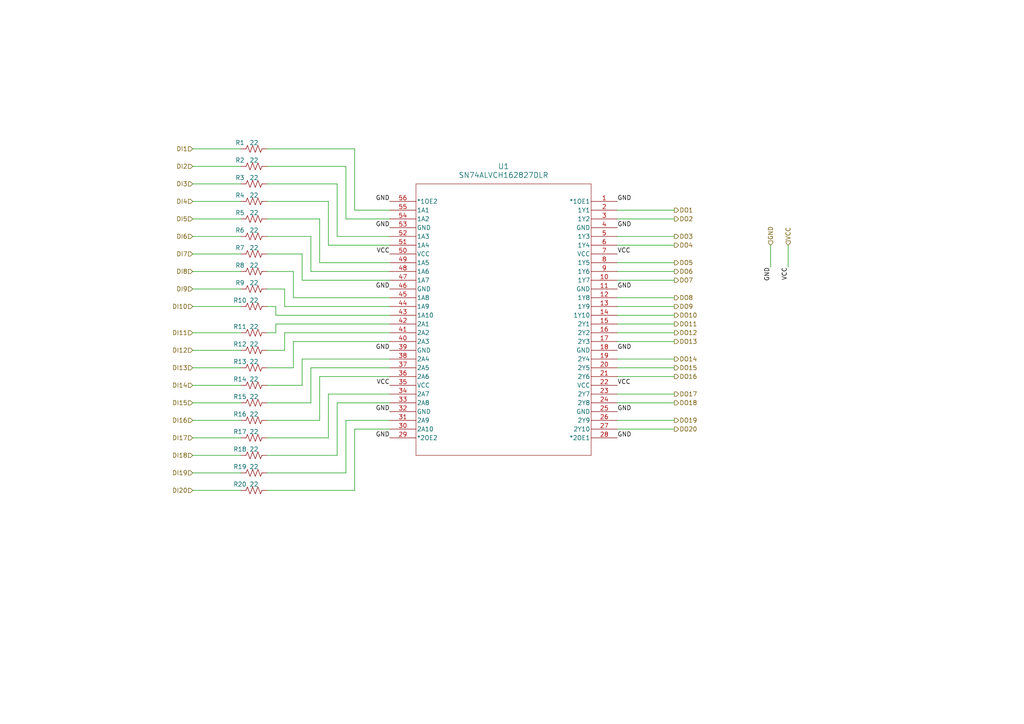
<source format=kicad_sch>
(kicad_sch (version 20231120) (generator "eeschema") (generator_version "8.0")
  (paper "A4")
  (lib_symbols
    (symbol "74ALVCH:SN74ALVCH162827DLR" (pin_names (offset 0.254))
      (property "Reference" "U" (at 33.02 10.16 0))
      (property "Value" "SN74ALVCH162827DLR" (at 33.02 7.62 0))
      (symbol "SN74ALVCH162827DLR_0_1"
        (polyline (pts (xy 7.62 -73.66) (xy 58.42 -73.66)) (stroke (width 0.127)))
        (polyline (pts (xy 7.62 5.08) (xy 7.62 -73.66)) (stroke (width 0.127)))
        (polyline (pts (xy 58.42 -73.66) (xy 58.42 5.08)) (stroke (width 0.127)))
        (polyline (pts (xy 58.42 5.08) (xy 7.62 5.08)) (stroke (width 0.127)))
        (pin input line (at 0 0 0) (length 7.62) (name "*1OE1") (number "1"))
        (pin output line (at 0 -22.86 0) (length 7.62) (name "1Y7") (number "10"))
        (pin power_in line (at 0 -25.4 0) (length 7.62) (name "GND") (number "11"))
        (pin output line (at 0 -27.94 0) (length 7.62) (name "1Y8") (number "12"))
        (pin output line (at 0 -30.48 0) (length 7.62) (name "1Y9") (number "13"))
        (pin output line (at 0 -33.02 0) (length 7.62) (name "1Y10") (number "14"))
        (pin output line (at 0 -35.56 0) (length 7.62) (name "2Y1") (number "15"))
        (pin output line (at 0 -38.1 0) (length 7.62) (name "2Y2") (number "16"))
        (pin output line (at 0 -40.64 0) (length 7.62) (name "2Y3") (number "17"))
        (pin power_in line (at 0 -43.18 0) (length 7.62) (name "GND") (number "18"))
        (pin output line (at 0 -45.72 0) (length 7.62) (name "2Y4") (number "19"))
        (pin output line (at 0 -2.54 0) (length 7.62) (name "1Y1") (number "2"))
        (pin output line (at 0 -48.26 0) (length 7.62) (name "2Y5") (number "20"))
        (pin output line (at 0 -50.8 0) (length 7.62) (name "2Y6") (number "21"))
        (pin power_in line (at 0 -53.34 0) (length 7.62) (name "VCC") (number "22"))
        (pin output line (at 0 -55.88 0) (length 7.62) (name "2Y7") (number "23"))
        (pin output line (at 0 -58.42 0) (length 7.62) (name "2Y8") (number "24"))
        (pin power_in line (at 0 -60.96 0) (length 7.62) (name "GND") (number "25"))
        (pin output line (at 0 -63.5 0) (length 7.62) (name "2Y9") (number "26"))
        (pin output line (at 0 -66.04 0) (length 7.62) (name "2Y10") (number "27"))
        (pin input line (at 0 -68.58 0) (length 7.62) (name "*2OE1") (number "28"))
        (pin input line (at 66.04 -68.58 180) (length 7.62) (name "*2OE2") (number "29"))
        (pin output line (at 0 -5.08 0) (length 7.62) (name "1Y2") (number "3"))
        (pin input line (at 66.04 -66.04 180) (length 7.62) (name "2A10") (number "30"))
        (pin input line (at 66.04 -63.5 180) (length 7.62) (name "2A9") (number "31"))
        (pin power_in line (at 66.04 -60.96 180) (length 7.62) (name "GND") (number "32"))
        (pin input line (at 66.04 -58.42 180) (length 7.62) (name "2A8") (number "33"))
        (pin input line (at 66.04 -55.88 180) (length 7.62) (name "2A7") (number "34"))
        (pin power_in line (at 66.04 -53.34 180) (length 7.62) (name "VCC") (number "35"))
        (pin input line (at 66.04 -50.8 180) (length 7.62) (name "2A6") (number "36"))
        (pin input line (at 66.04 -48.26 180) (length 7.62) (name "2A5") (number "37"))
        (pin input line (at 66.04 -45.72 180) (length 7.62) (name "2A4") (number "38"))
        (pin power_in line (at 66.04 -43.18 180) (length 7.62) (name "GND") (number "39"))
        (pin power_in line (at 0 -7.62 0) (length 7.62) (name "GND") (number "4"))
        (pin input line (at 66.04 -40.64 180) (length 7.62) (name "2A3") (number "40"))
        (pin input line (at 66.04 -38.1 180) (length 7.62) (name "2A2") (number "41"))
        (pin input line (at 66.04 -35.56 180) (length 7.62) (name "2A1") (number "42"))
        (pin input line (at 66.04 -33.02 180) (length 7.62) (name "1A10") (number "43"))
        (pin input line (at 66.04 -30.48 180) (length 7.62) (name "1A9") (number "44"))
        (pin input line (at 66.04 -27.94 180) (length 7.62) (name "1A8") (number "45"))
        (pin power_in line (at 66.04 -25.4 180) (length 7.62) (name "GND") (number "46"))
        (pin input line (at 66.04 -22.86 180) (length 7.62) (name "1A7") (number "47"))
        (pin input line (at 66.04 -20.32 180) (length 7.62) (name "1A6") (number "48"))
        (pin input line (at 66.04 -17.78 180) (length 7.62) (name "1A5") (number "49"))
        (pin output line (at 0 -10.16 0) (length 7.62) (name "1Y3") (number "5"))
        (pin power_in line (at 66.04 -15.24 180) (length 7.62) (name "VCC") (number "50"))
        (pin input line (at 66.04 -12.7 180) (length 7.62) (name "1A4") (number "51"))
        (pin input line (at 66.04 -10.16 180) (length 7.62) (name "1A3") (number "52"))
        (pin power_in line (at 66.04 -7.62 180) (length 7.62) (name "GND") (number "53"))
        (pin input line (at 66.04 -5.08 180) (length 7.62) (name "1A2") (number "54"))
        (pin input line (at 66.04 -2.54 180) (length 7.62) (name "1A1") (number "55"))
        (pin input line (at 66.04 0 180) (length 7.62) (name "*1OE2") (number "56"))
        (pin output line (at 0 -12.7 0) (length 7.62) (name "1Y4") (number "6"))
        (pin power_in line (at 0 -15.24 0) (length 7.62) (name "VCC") (number "7"))
        (pin output line (at 0 -17.78 0) (length 7.62) (name "1Y5") (number "8"))
        (pin output line (at 0 -20.32 0) (length 7.62) (name "1Y6") (number "9"))
      )
    )
    (symbol "Device:R_US" (pin_numbers hide) (pin_names (offset 0))
      (property "Reference" "R" (at 2.54 0 90))
      (property "Value" "R_US" (at -2.54 0 90))
      (symbol "R_US_0_1"
        (polyline (pts (xy 0 -2.286) (xy 0 -2.54)))
        (polyline (pts (xy 0 2.286) (xy 0 2.54)))
        (polyline (pts (xy 0 -0.762) (xy 1.016 -1.143) (xy 0 -1.524) (xy -1.016 -1.905) (xy 0 -2.286)))
        (polyline (pts (xy 0 0.762) (xy 1.016 0.381) (xy 0 0) (xy -1.016 -0.381) (xy 0 -0.762)))
        (polyline (pts (xy 0 2.286) (xy 1.016 1.905) (xy 0 1.524) (xy -1.016 1.143) (xy 0 0.762)))
      )
      (symbol "R_US_1_1"
        (pin passive line (at 0 3.81 270) (length 1.27) (name "~") (number "1"))
        (pin passive line (at 0 -3.81 90) (length 1.27) (name "~") (number "2"))
      )
    )
  )
  (wire (pts (xy 113.03 91.44) (xy 80.01 91.44)))
  (wire (pts (xy 85.09 78.74) (xy 77.47 78.74)))
  (wire (pts (xy 179.07 104.14) (xy 195.58 104.14)))
  (wire (pts (xy 55.88 53.34) (xy 69.85 53.34)))
  (wire (pts (xy 55.88 127) (xy 69.85 127)))
  (wire (pts (xy 113.03 121.92) (xy 100.33 121.92)))
  (wire (pts (xy 85.09 99.06) (xy 85.09 106.68)))
  (wire (pts (xy 55.88 88.9) (xy 69.85 88.9)))
  (wire (pts (xy 113.03 81.28) (xy 87.63 81.28)))
  (wire (pts (xy 113.03 99.06) (xy 85.09 99.06)))
  (wire (pts (xy 113.03 116.84) (xy 97.79 116.84)))
  (wire (pts (xy 97.79 68.58) (xy 113.03 68.58)))
  (wire (pts (xy 55.88 96.52) (xy 69.85 96.52)))
  (wire (pts (xy 179.07 114.3) (xy 195.58 114.3)))
  (wire (pts (xy 113.03 114.3) (xy 95.25 114.3)))
  (wire (pts (xy 87.63 73.66) (xy 77.47 73.66)))
  (wire (pts (xy 113.03 106.68) (xy 90.17 106.68)))
  (wire (pts (xy 179.07 121.92) (xy 195.58 121.92)))
  (wire (pts (xy 100.33 63.5) (xy 100.33 48.26)))
  (wire (pts (xy 100.33 137.16) (xy 77.47 137.16)))
  (wire (pts (xy 92.71 76.2) (xy 92.71 63.5)))
  (wire (pts (xy 113.03 76.2) (xy 92.71 76.2)))
  (wire (pts (xy 90.17 78.74) (xy 90.17 68.58)))
  (wire (pts (xy 95.25 58.42) (xy 77.47 58.42)))
  (wire (pts (xy 85.09 86.36) (xy 85.09 78.74)))
  (wire (pts (xy 55.88 137.16) (xy 69.85 137.16)))
  (wire (pts (xy 55.88 142.24) (xy 69.85 142.24)))
  (wire (pts (xy 113.03 63.5) (xy 100.33 63.5)))
  (wire (pts (xy 179.07 81.28) (xy 195.58 81.28)))
  (wire (pts (xy 55.88 83.82) (xy 69.85 83.82)))
  (wire (pts (xy 55.88 68.58) (xy 69.85 68.58)))
  (wire (pts (xy 223.52 71.12) (xy 223.52 77.47)))
  (wire (pts (xy 113.03 96.52) (xy 82.55 96.52)))
  (wire (pts (xy 87.63 81.28) (xy 87.63 73.66)))
  (wire (pts (xy 55.88 78.74) (xy 69.85 78.74)))
  (wire (pts (xy 55.88 121.92) (xy 69.85 121.92)))
  (wire (pts (xy 55.88 73.66) (xy 69.85 73.66)))
  (wire (pts (xy 82.55 101.6) (xy 77.47 101.6)))
  (wire (pts (xy 77.47 83.82) (xy 82.55 83.82)))
  (wire (pts (xy 113.03 86.36) (xy 85.09 86.36)))
  (wire (pts (xy 179.07 93.98) (xy 195.58 93.98)))
  (wire (pts (xy 80.01 93.98) (xy 80.01 96.52)))
  (wire (pts (xy 55.88 43.18) (xy 69.85 43.18)))
  (wire (pts (xy 55.88 116.84) (xy 69.85 116.84)))
  (wire (pts (xy 179.07 106.68) (xy 195.58 106.68)))
  (wire (pts (xy 179.07 116.84) (xy 195.58 116.84)))
  (wire (pts (xy 87.63 104.14) (xy 87.63 111.76)))
  (wire (pts (xy 113.03 104.14) (xy 87.63 104.14)))
  (wire (pts (xy 90.17 106.68) (xy 90.17 116.84)))
  (wire (pts (xy 55.88 63.5) (xy 69.85 63.5)))
  (wire (pts (xy 179.07 88.9) (xy 195.58 88.9)))
  (wire (pts (xy 97.79 53.34) (xy 77.47 53.34)))
  (wire (pts (xy 87.63 111.76) (xy 77.47 111.76)))
  (wire (pts (xy 55.88 111.76) (xy 69.85 111.76)))
  (wire (pts (xy 92.71 109.22) (xy 92.71 121.92)))
  (wire (pts (xy 55.88 48.26) (xy 69.85 48.26)))
  (wire (pts (xy 179.07 86.36) (xy 195.58 86.36)))
  (wire (pts (xy 95.25 71.12) (xy 95.25 58.42)))
  (wire (pts (xy 179.07 91.44) (xy 195.58 91.44)))
  (wire (pts (xy 179.07 109.22) (xy 195.58 109.22)))
  (wire (pts (xy 113.03 78.74) (xy 90.17 78.74)))
  (wire (pts (xy 179.07 124.46) (xy 195.58 124.46)))
  (wire (pts (xy 95.25 114.3) (xy 95.25 127)))
  (wire (pts (xy 102.87 124.46) (xy 102.87 142.24)))
  (wire (pts (xy 113.03 71.12) (xy 95.25 71.12)))
  (wire (pts (xy 179.07 76.2) (xy 195.58 76.2)))
  (wire (pts (xy 179.07 78.74) (xy 195.58 78.74)))
  (wire (pts (xy 102.87 142.24) (xy 77.47 142.24)))
  (wire (pts (xy 100.33 121.92) (xy 100.33 137.16)))
  (wire (pts (xy 179.07 60.96) (xy 195.58 60.96)))
  (wire (pts (xy 228.6 71.12) (xy 228.6 77.47)))
  (wire (pts (xy 77.47 68.58) (xy 90.17 68.58)))
  (wire (pts (xy 80.01 91.44) (xy 80.01 88.9)))
  (wire (pts (xy 82.55 83.82) (xy 82.55 88.9)))
  (wire (pts (xy 82.55 88.9) (xy 113.03 88.9)))
  (wire (pts (xy 113.03 109.22) (xy 92.71 109.22)))
  (wire (pts (xy 100.33 48.26) (xy 77.47 48.26)))
  (wire (pts (xy 113.03 93.98) (xy 80.01 93.98)))
  (wire (pts (xy 55.88 106.68) (xy 69.85 106.68)))
  (wire (pts (xy 92.71 63.5) (xy 77.47 63.5)))
  (wire (pts (xy 97.79 68.58) (xy 97.79 53.34)))
  (wire (pts (xy 55.88 58.42) (xy 69.85 58.42)))
  (wire (pts (xy 85.09 106.68) (xy 77.47 106.68)))
  (wire (pts (xy 97.79 132.08) (xy 77.47 132.08)))
  (wire (pts (xy 102.87 43.18) (xy 102.87 60.96)))
  (wire (pts (xy 77.47 43.18) (xy 102.87 43.18)))
  (wire (pts (xy 97.79 116.84) (xy 97.79 132.08)))
  (wire (pts (xy 102.87 60.96) (xy 113.03 60.96)))
  (wire (pts (xy 95.25 127) (xy 77.47 127)))
  (wire (pts (xy 179.07 99.06) (xy 195.58 99.06)))
  (wire (pts (xy 113.03 124.46) (xy 102.87 124.46)))
  (wire (pts (xy 92.71 121.92) (xy 77.47 121.92)))
  (wire (pts (xy 179.07 63.5) (xy 195.58 63.5)))
  (wire (pts (xy 55.88 132.08) (xy 69.85 132.08)))
  (wire (pts (xy 55.88 101.6) (xy 69.85 101.6)))
  (wire (pts (xy 80.01 88.9) (xy 77.47 88.9)))
  (wire (pts (xy 179.07 68.58) (xy 195.58 68.58)))
  (wire (pts (xy 82.55 96.52) (xy 82.55 101.6)))
  (wire (pts (xy 179.07 71.12) (xy 195.58 71.12)))
  (wire (pts (xy 179.07 96.52) (xy 195.58 96.52)))
  (wire (pts (xy 80.01 96.52) (xy 77.47 96.52)))
  (wire (pts (xy 90.17 116.84) (xy 77.47 116.84)))
  (label "GND" (at 113.03 119.38 180))
  (label "GND" (at 179.07 101.6 0))
  (label "VCC" (at 228.6 77.47 270))
  (label "VCC" (at 179.07 111.76 0))
  (label "GND" (at 113.03 58.42 180))
  (label "GND" (at 113.03 83.82 180))
  (label "GND" (at 179.07 83.82 0))
  (label "GND" (at 113.03 66.04 180))
  (label "GND" (at 179.07 58.42 0))
  (label "GND" (at 179.07 66.04 0))
  (label "VCC" (at 179.07 73.66 0))
  (label "VCC" (at 113.03 73.66 180))
  (label "GND" (at 179.07 127 0))
  (label "GND" (at 179.07 119.38 0))
  (label "VCC" (at 113.03 111.76 180))
  (label "GND" (at 113.03 127 180))
  (label "GND" (at 223.52 77.47 270))
  (label "GND" (at 113.03 101.6 180))
  (hierarchical_label "DI7" (shape input) (at 55.88 73.66 180))
  (hierarchical_label "DO7" (shape output) (at 195.58 81.28 0))
  (hierarchical_label "DO13" (shape output) (at 195.58 99.06 0))
  (hierarchical_label "DI4" (shape input) (at 55.88 58.42 180))
  (hierarchical_label "DI14" (shape input) (at 55.88 111.76 180))
  (hierarchical_label "DI10" (shape input) (at 55.88 88.9 180))
  (hierarchical_label "DI16" (shape input) (at 55.88 121.92 180))
  (hierarchical_label "DI18" (shape input) (at 55.88 132.08 180))
  (hierarchical_label "DO11" (shape output) (at 195.58 93.98 0))
  (hierarchical_label "DO15" (shape output) (at 195.58 106.68 0))
  (hierarchical_label "DO18" (shape output) (at 195.58 116.84 0))
  (hierarchical_label "DI6" (shape input) (at 55.88 68.58 180))
  (hierarchical_label "DO17" (shape output) (at 195.58 114.3 0))
  (hierarchical_label "DI9" (shape input) (at 55.88 83.82 180))
  (hierarchical_label "DO8" (shape output) (at 195.58 86.36 0))
  (hierarchical_label "GND" (shape input) (at 223.52 71.12 90))
  (hierarchical_label "DO6" (shape output) (at 195.58 78.74 0))
  (hierarchical_label "DO1" (shape output) (at 195.58 60.96 0))
  (hierarchical_label "DI20" (shape input) (at 55.88 142.24 180))
  (hierarchical_label "DI8" (shape input) (at 55.88 78.74 180))
  (hierarchical_label "VCC" (shape input) (at 228.6 71.12 90))
  (hierarchical_label "DO19" (shape output) (at 195.58 121.92 0))
  (hierarchical_label "DI13" (shape input) (at 55.88 106.68 180))
  (hierarchical_label "DO16" (shape output) (at 195.58 109.22 0))
  (hierarchical_label "DO9" (shape output) (at 195.58 88.9 0))
  (hierarchical_label "DI15" (shape input) (at 55.88 116.84 180))
  (hierarchical_label "DO4" (shape output) (at 195.58 71.12 0))
  (hierarchical_label "DI19" (shape input) (at 55.88 137.16 180))
  (hierarchical_label "DO2" (shape output) (at 195.58 63.5 0))
  (hierarchical_label "DO14" (shape output) (at 195.58 104.14 0))
  (hierarchical_label "DO20" (shape output) (at 195.58 124.46 0))
  (hierarchical_label "DI2" (shape input) (at 55.88 48.26 180))
  (hierarchical_label "DI5" (shape input) (at 55.88 63.5 180))
  (hierarchical_label "DI3" (shape input) (at 55.88 53.34 180))
  (hierarchical_label "DO10" (shape output) (at 195.58 91.44 0))
  (hierarchical_label "DO12" (shape output) (at 195.58 96.52 0))
  (hierarchical_label "DO5" (shape output) (at 195.58 76.2 0))
  (hierarchical_label "DI17" (shape input) (at 55.88 127 180))
  (hierarchical_label "DI12" (shape input) (at 55.88 101.6 180))
  (hierarchical_label "DO3" (shape output) (at 195.58 68.58 0))
  (hierarchical_label "DI11" (shape input) (at 55.88 96.52 180))
  (hierarchical_label "DI1" (shape input) (at 55.88 43.18 180))
  (symbol (lib_id "Device:R_US") (at 73.66 142.24 90) (unit 1)
    (property "Reference" "R20" (at 69.596 140.462 90))
    (property "Value" "22" (at 73.66 140.462 90))
    (property "Description" "Resistor, US symbol" (effects (hide yes)))
  )
  (symbol (lib_id "Device:R_US") (at 73.66 96.52 90) (unit 1)
    (property "Reference" "R11" (at 69.596 94.742 90))
    (property "Value" "22" (at 73.66 94.742 90))
    (property "Description" "Resistor, US symbol" (effects (hide yes)))
  )
  (symbol (lib_id "Device:R_US") (at 73.66 53.34 90) (unit 1)
    (property "Reference" "R3" (at 69.596 51.562 90))
    (property "Value" "22" (at 73.66 51.562 90))
    (property "Description" "Resistor, US symbol" (effects (hide yes)))
  )
  (symbol (lib_id "Device:R_US") (at 73.66 137.16 90) (unit 1)
    (property "Reference" "R19" (at 69.596 135.382 90))
    (property "Value" "22" (at 73.66 135.382 90))
    (property "Description" "Resistor, US symbol" (effects (hide yes)))
  )
  (symbol (lib_id "Device:R_US") (at 73.66 78.74 90) (unit 1)
    (property "Reference" "R8" (at 69.596 76.962 90))
    (property "Value" "22" (at 73.66 76.962 90))
    (property "Description" "Resistor, US symbol" (effects (hide yes)))
  )
  (symbol (lib_id "Device:R_US") (at 73.66 68.58 90) (unit 1)
    (property "Reference" "R6" (at 69.596 66.802 90))
    (property "Value" "22" (at 73.66 66.802 90))
    (property "Description" "Resistor, US symbol" (effects (hide yes)))
  )
  (symbol (lib_id "Device:R_US") (at 73.66 83.82 90) (unit 1)
    (property "Reference" "R9" (at 69.596 82.042 90))
    (property "Value" "22" (at 73.66 82.042 90))
    (property "Description" "Resistor, US symbol" (effects (hide yes)))
  )
  (symbol (lib_id "Device:R_US") (at 73.66 127 90) (unit 1)
    (property "Reference" "R17" (at 69.596 125.222 90))
    (property "Value" "22" (at 73.66 125.222 90))
    (property "Description" "Resistor, US symbol" (effects (hide yes)))
  )
  (symbol (lib_id "Device:R_US") (at 73.66 63.5 90) (unit 1)
    (property "Reference" "R5" (at 69.596 61.722 90))
    (property "Value" "22" (at 73.66 61.722 90))
    (property "Description" "Resistor, US symbol" (effects (hide yes)))
  )
  (symbol (lib_id "Device:R_US") (at 73.66 58.42 90) (unit 1)
    (property "Reference" "R4" (at 69.596 56.642 90))
    (property "Value" "22" (at 73.66 56.642 90))
    (property "Description" "Resistor, US symbol" (effects (hide yes)))
  )
  (symbol (lib_id "Device:R_US") (at 73.66 48.26 90) (unit 1)
    (property "Reference" "R2" (at 69.596 46.482 90))
    (property "Value" "22" (at 73.66 46.482 90))
    (property "Description" "Resistor, US symbol" (effects (hide yes)))
  )
  (symbol (lib_id "Device:R_US") (at 73.66 101.6 90) (unit 1)
    (property "Reference" "R12" (at 69.596 99.822 90))
    (property "Value" "22" (at 73.66 99.822 90))
    (property "Description" "Resistor, US symbol" (effects (hide yes)))
  )
  (symbol (lib_id "Device:R_US") (at 73.66 111.76 90) (unit 1)
    (property "Reference" "R14" (at 69.596 109.982 90))
    (property "Value" "22" (at 73.66 109.982 90))
    (property "Description" "Resistor, US symbol" (effects (hide yes)))
  )
  (symbol (lib_id "Device:R_US") (at 73.66 43.18 90) (unit 1)
    (property "Reference" "R1" (at 69.596 41.402 90))
    (property "Value" "22" (at 73.66 41.402 90))
    (property "Description" "Resistor, US symbol" (effects (hide yes)))
  )
  (symbol (lib_id "Device:R_US") (at 73.66 132.08 90) (unit 1)
    (property "Reference" "R18" (at 69.596 130.302 90))
    (property "Value" "22" (at 73.66 130.302 90))
    (property "Description" "Resistor, US symbol" (effects (hide yes)))
  )
  (symbol (lib_id "Device:R_US") (at 73.66 106.68 90) (unit 1)
    (property "Reference" "R13" (at 69.596 104.902 90))
    (property "Value" "22" (at 73.66 104.902 90))
    (property "Description" "Resistor, US symbol" (effects (hide yes)))
  )
  (symbol (lib_id "Device:R_US") (at 73.66 73.66 90) (unit 1)
    (property "Reference" "R7" (at 69.596 71.882 90))
    (property "Value" "22" (at 73.66 71.882 90))
    (property "Description" "Resistor, US symbol" (effects (hide yes)))
  )
  (symbol (lib_id "Device:R_US") (at 73.66 121.92 90) (unit 1)
    (property "Reference" "R16" (at 69.596 120.142 90))
    (property "Value" "22" (at 73.66 120.142 90))
    (property "Description" "Resistor, US symbol" (effects (hide yes)))
  )
  (symbol (lib_id "74ALVCH:SN74ALVCH162827DLR") (at 179.07 58.42 0) (mirror y) (unit 1)
    (property "Reference" "U1" (at 146.05 48.26 0) (effects (font (size 1.524 1.524))))
    (property "Value" "SN74ALVCH162827DLR" (at 146.05 50.8 0) (effects (font (size 1.524 1.524))))
    (property "Footprint" "DL56" (effects (hide yes)))
    (property "Datasheet" "SN74ALVCH162827DLR" (effects (hide yes)))
  )
  (symbol (lib_id "Device:R_US") (at 73.66 88.9 90) (unit 1)
    (property "Reference" "R10" (at 69.596 87.122 90))
    (property "Value" "22" (at 73.66 87.122 90))
    (property "Description" "Resistor, US symbol" (effects (hide yes)))
  )
  (symbol (lib_id "Device:R_US") (at 73.66 116.84 90) (unit 1)
    (property "Reference" "R15" (at 69.596 115.062 90))
    (property "Value" "22" (at 73.66 115.062 90))
    (property "Description" "Resistor, US symbol" (effects (hide yes)))
  )
)
</source>
